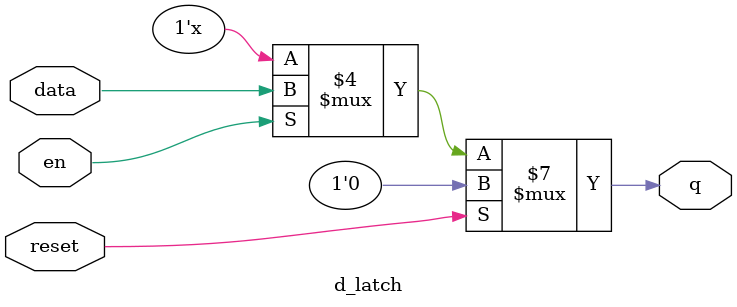
<source format=v>
module d_latch(input data,
               input en,
              input reset,
               output  reg q);
  always @(en,data,reset)
   
    if(reset==1)begin
        q<=0;
    end
    else if(en==1)begin
        q<=data;
    end
endmodule

</source>
